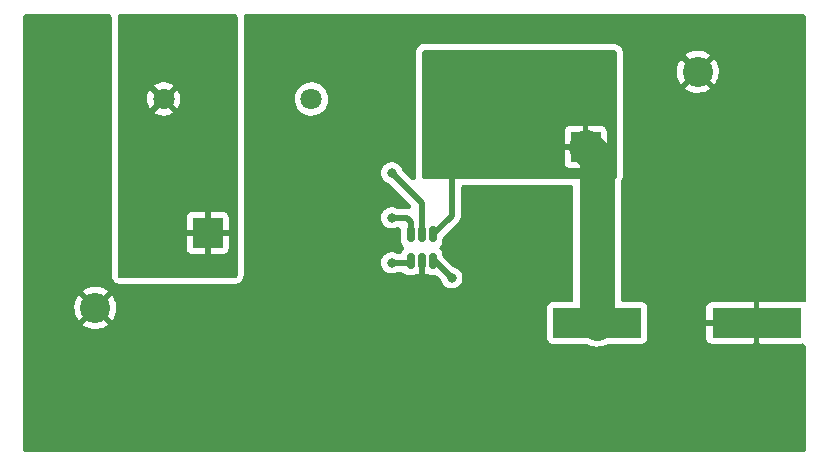
<source format=gtl>
G04 #@! TF.GenerationSoftware,KiCad,Pcbnew,(6.0.10)*
G04 #@! TF.CreationDate,2023-01-16T22:35:13+01:00*
G04 #@! TF.ProjectId,IdealDiode,49646561-6c44-4696-9f64-652e6b696361,rev?*
G04 #@! TF.SameCoordinates,Original*
G04 #@! TF.FileFunction,Copper,L1,Top*
G04 #@! TF.FilePolarity,Positive*
%FSLAX46Y46*%
G04 Gerber Fmt 4.6, Leading zero omitted, Abs format (unit mm)*
G04 Created by KiCad (PCBNEW (6.0.10)) date 2023-01-16 22:35:13*
%MOMM*%
%LPD*%
G01*
G04 APERTURE LIST*
G04 Aperture macros list*
%AMRoundRect*
0 Rectangle with rounded corners*
0 $1 Rounding radius*
0 $2 $3 $4 $5 $6 $7 $8 $9 X,Y pos of 4 corners*
0 Add a 4 corners polygon primitive as box body*
4,1,4,$2,$3,$4,$5,$6,$7,$8,$9,$2,$3,0*
0 Add four circle primitives for the rounded corners*
1,1,$1+$1,$2,$3*
1,1,$1+$1,$4,$5*
1,1,$1+$1,$6,$7*
1,1,$1+$1,$8,$9*
0 Add four rect primitives between the rounded corners*
20,1,$1+$1,$2,$3,$4,$5,0*
20,1,$1+$1,$4,$5,$6,$7,0*
20,1,$1+$1,$6,$7,$8,$9,0*
20,1,$1+$1,$8,$9,$2,$3,0*%
G04 Aperture macros list end*
G04 #@! TA.AperFunction,ComponentPad*
%ADD10R,2.550000X2.550000*%
G04 #@! TD*
G04 #@! TA.AperFunction,ComponentPad*
%ADD11C,2.550000*%
G04 #@! TD*
G04 #@! TA.AperFunction,SMDPad,CuDef*
%ADD12R,7.500000X2.500000*%
G04 #@! TD*
G04 #@! TA.AperFunction,SMDPad,CuDef*
%ADD13RoundRect,0.150000X0.150000X-0.512500X0.150000X0.512500X-0.150000X0.512500X-0.150000X-0.512500X0*%
G04 #@! TD*
G04 #@! TA.AperFunction,ComponentPad*
%ADD14C,1.803400*%
G04 #@! TD*
G04 #@! TA.AperFunction,ViaPad*
%ADD15C,0.800000*%
G04 #@! TD*
G04 #@! TA.AperFunction,Conductor*
%ADD16C,0.500000*%
G04 #@! TD*
G04 #@! TA.AperFunction,Conductor*
%ADD17C,3.000000*%
G04 #@! TD*
G04 APERTURE END LIST*
D10*
X119027800Y-83819850D03*
D11*
X109527800Y-90169850D03*
D12*
X152000000Y-91440000D03*
X165500000Y-91440000D03*
D13*
X136210000Y-86227500D03*
X137160000Y-86227500D03*
X138110000Y-86227500D03*
X138110000Y-83952500D03*
X137160000Y-83952500D03*
X136210000Y-83952500D03*
D14*
X127812800Y-72488350D03*
X115316000Y-72488350D03*
D10*
X151025000Y-76535000D03*
D11*
X160525000Y-70185000D03*
D15*
X134620000Y-86360000D03*
X134620000Y-82550000D03*
X139700000Y-77470000D03*
X144780000Y-71120000D03*
X140970000Y-74930000D03*
X142240000Y-69850000D03*
X144780000Y-76200000D03*
X144780000Y-73660000D03*
X139700000Y-71120000D03*
X140970000Y-73660000D03*
X139700000Y-74930000D03*
X144780000Y-72390000D03*
X140970000Y-77470000D03*
X144780000Y-74930000D03*
X143510000Y-76200000D03*
X144780000Y-69850000D03*
X143510000Y-73660000D03*
X144780000Y-77470000D03*
X143510000Y-74930000D03*
X142240000Y-71120000D03*
X142240000Y-77470000D03*
X140970000Y-76200000D03*
X143510000Y-77470000D03*
X143510000Y-72390000D03*
X142240000Y-72390000D03*
X143510000Y-71120000D03*
X139700000Y-69850000D03*
X143510000Y-69850000D03*
X142240000Y-74930000D03*
X139700000Y-73660000D03*
X139700000Y-72390000D03*
X140970000Y-72390000D03*
X139700000Y-76200000D03*
X140970000Y-71120000D03*
X140970000Y-69850000D03*
X142240000Y-76200000D03*
X142240000Y-73660000D03*
X134620000Y-78740000D03*
X139700000Y-87630000D03*
D16*
X136077500Y-86360000D02*
X136210000Y-86227500D01*
X134620000Y-86360000D02*
X136077500Y-86360000D01*
X137160000Y-86227500D02*
X137160000Y-88138000D01*
X136210000Y-82870000D02*
X136210000Y-83952500D01*
X134620000Y-82550000D02*
X135890000Y-82550000D01*
X135890000Y-82550000D02*
X136210000Y-82870000D01*
X139700000Y-82362500D02*
X139700000Y-77470000D01*
X138110000Y-83952500D02*
X139700000Y-82362500D01*
D17*
X152000000Y-77510000D02*
X151025000Y-76535000D01*
X152000000Y-91440000D02*
X152000000Y-77510000D01*
D16*
X137160000Y-81280000D02*
X137160000Y-83952500D01*
X134620000Y-78740000D02*
X137160000Y-81280000D01*
X138297500Y-86227500D02*
X139700000Y-87630000D01*
X138110000Y-86227500D02*
X138297500Y-86227500D01*
G04 #@! TA.AperFunction,Conductor*
G36*
X121414088Y-65289454D02*
G01*
X121494870Y-65343430D01*
X121548846Y-65424212D01*
X121567800Y-65519500D01*
X121567800Y-87381000D01*
X121548846Y-87476288D01*
X121494870Y-87557070D01*
X121414088Y-87611046D01*
X121318800Y-87630000D01*
X111656800Y-87630000D01*
X111561512Y-87611046D01*
X111480730Y-87557070D01*
X111426754Y-87476288D01*
X111407800Y-87381000D01*
X111407800Y-85135443D01*
X117252800Y-85135443D01*
X117253527Y-85148878D01*
X117257756Y-85187805D01*
X117264922Y-85217939D01*
X117303491Y-85320823D01*
X117320354Y-85351624D01*
X117384971Y-85437842D01*
X117409808Y-85462679D01*
X117496026Y-85527296D01*
X117526827Y-85544159D01*
X117629711Y-85582728D01*
X117659845Y-85589894D01*
X117698772Y-85594123D01*
X117712207Y-85594850D01*
X118753273Y-85594850D01*
X118773731Y-85590781D01*
X118777800Y-85570323D01*
X119277800Y-85570323D01*
X119281869Y-85590781D01*
X119302327Y-85594850D01*
X120343393Y-85594850D01*
X120356828Y-85594123D01*
X120395755Y-85589894D01*
X120425889Y-85582728D01*
X120528773Y-85544159D01*
X120559574Y-85527296D01*
X120645792Y-85462679D01*
X120670629Y-85437842D01*
X120735246Y-85351624D01*
X120752109Y-85320823D01*
X120790678Y-85217939D01*
X120797844Y-85187805D01*
X120802073Y-85148878D01*
X120802800Y-85135443D01*
X120802800Y-84094377D01*
X120798731Y-84073919D01*
X120778273Y-84069850D01*
X119302327Y-84069850D01*
X119281869Y-84073919D01*
X119277800Y-84094377D01*
X119277800Y-85570323D01*
X118777800Y-85570323D01*
X118777800Y-84094377D01*
X118773731Y-84073919D01*
X118753273Y-84069850D01*
X117277327Y-84069850D01*
X117256869Y-84073919D01*
X117252800Y-84094377D01*
X117252800Y-85135443D01*
X111407800Y-85135443D01*
X111407800Y-83545323D01*
X117252800Y-83545323D01*
X117256869Y-83565781D01*
X117277327Y-83569850D01*
X118753273Y-83569850D01*
X118773731Y-83565781D01*
X118777800Y-83545323D01*
X119277800Y-83545323D01*
X119281869Y-83565781D01*
X119302327Y-83569850D01*
X120778273Y-83569850D01*
X120798731Y-83565781D01*
X120802800Y-83545323D01*
X120802800Y-82504257D01*
X120802073Y-82490822D01*
X120797844Y-82451895D01*
X120790678Y-82421761D01*
X120752109Y-82318877D01*
X120735246Y-82288076D01*
X120670629Y-82201858D01*
X120645792Y-82177021D01*
X120559574Y-82112404D01*
X120528773Y-82095541D01*
X120425889Y-82056972D01*
X120395755Y-82049806D01*
X120356828Y-82045577D01*
X120343393Y-82044850D01*
X119302327Y-82044850D01*
X119281869Y-82048919D01*
X119277800Y-82069377D01*
X119277800Y-83545323D01*
X118777800Y-83545323D01*
X118777800Y-82069377D01*
X118773731Y-82048919D01*
X118753273Y-82044850D01*
X117712207Y-82044850D01*
X117698772Y-82045577D01*
X117659845Y-82049806D01*
X117629711Y-82056972D01*
X117526827Y-82095541D01*
X117496026Y-82112404D01*
X117409808Y-82177021D01*
X117384971Y-82201858D01*
X117320354Y-82288076D01*
X117303491Y-82318877D01*
X117264922Y-82421761D01*
X117257756Y-82451895D01*
X117253527Y-82490822D01*
X117252800Y-82504257D01*
X117252800Y-83545323D01*
X111407800Y-83545323D01*
X111407800Y-73643497D01*
X114520161Y-73643497D01*
X114522720Y-73647327D01*
X114528215Y-73651566D01*
X114699445Y-73751624D01*
X114717819Y-73760428D01*
X114914049Y-73835361D01*
X114933616Y-73841045D01*
X115139451Y-73882923D01*
X115159673Y-73885334D01*
X115369590Y-73893032D01*
X115389940Y-73892107D01*
X115598294Y-73865417D01*
X115618215Y-73861183D01*
X115819412Y-73800821D01*
X115838379Y-73793388D01*
X116027014Y-73700976D01*
X116044509Y-73690547D01*
X116094666Y-73654771D01*
X116108953Y-73639583D01*
X116105080Y-73630984D01*
X115333342Y-72859245D01*
X115316000Y-72847658D01*
X115298658Y-72859245D01*
X114531749Y-73626155D01*
X114520161Y-73643497D01*
X111407800Y-73643497D01*
X111407800Y-72464193D01*
X113910505Y-72464193D01*
X113922596Y-72673894D01*
X113925431Y-72694069D01*
X113971610Y-72898979D01*
X113977702Y-72918422D01*
X114056729Y-73113043D01*
X114065914Y-73131226D01*
X114149480Y-73267592D01*
X114163637Y-73282906D01*
X114169215Y-73280849D01*
X114172675Y-73278121D01*
X114945105Y-72505692D01*
X114956692Y-72488350D01*
X115675308Y-72488350D01*
X115686895Y-72505692D01*
X116450893Y-73269689D01*
X116468235Y-73281277D01*
X116476189Y-73275962D01*
X116515643Y-73221055D01*
X116526138Y-73203589D01*
X116619208Y-73015277D01*
X116626703Y-72996347D01*
X116687768Y-72795357D01*
X116692073Y-72775447D01*
X116719962Y-72563616D01*
X116720987Y-72550444D01*
X116722342Y-72494976D01*
X116721961Y-72481744D01*
X116704455Y-72268809D01*
X116701130Y-72248725D01*
X116649955Y-72044991D01*
X116643391Y-72025711D01*
X116559631Y-71833074D01*
X116550009Y-71815129D01*
X116481927Y-71709890D01*
X116467399Y-71694924D01*
X116460429Y-71697691D01*
X116459302Y-71698602D01*
X115686895Y-72471008D01*
X115675308Y-72488350D01*
X114956692Y-72488350D01*
X114945105Y-72471008D01*
X114181224Y-71707128D01*
X114163882Y-71695540D01*
X114156669Y-71700360D01*
X114098804Y-71785187D01*
X114088754Y-71802879D01*
X114000305Y-71993425D01*
X113993277Y-72012526D01*
X113937139Y-72214952D01*
X113933323Y-72234959D01*
X113911002Y-72443819D01*
X113910505Y-72464193D01*
X111407800Y-72464193D01*
X111407800Y-71336351D01*
X114522440Y-71336351D01*
X114526954Y-71345751D01*
X115298659Y-72117456D01*
X115316000Y-72129043D01*
X115333342Y-72117455D01*
X116099134Y-71351662D01*
X116110722Y-71334320D01*
X116104292Y-71324697D01*
X116102366Y-71323177D01*
X116085399Y-71311904D01*
X115901501Y-71210386D01*
X115882932Y-71202040D01*
X115684920Y-71131921D01*
X115665219Y-71126716D01*
X115458427Y-71089881D01*
X115438142Y-71087963D01*
X115228113Y-71085397D01*
X115207781Y-71086819D01*
X115000142Y-71118592D01*
X114980335Y-71123311D01*
X114780682Y-71188568D01*
X114761887Y-71196468D01*
X114575566Y-71293460D01*
X114558339Y-71304309D01*
X114536358Y-71320813D01*
X114522440Y-71336351D01*
X111407800Y-71336351D01*
X111407800Y-65519500D01*
X111426754Y-65424212D01*
X111480730Y-65343430D01*
X111561512Y-65289454D01*
X111656800Y-65270500D01*
X121318800Y-65270500D01*
X121414088Y-65289454D01*
G37*
G04 #@! TD.AperFunction*
G04 #@! TA.AperFunction,Conductor*
G36*
X110748588Y-65289454D02*
G01*
X110829370Y-65343430D01*
X110883346Y-65424212D01*
X110902300Y-65519500D01*
X110902300Y-87381000D01*
X110912013Y-87479618D01*
X110930967Y-87574906D01*
X110944349Y-87627335D01*
X111006444Y-87757126D01*
X111060420Y-87837908D01*
X111092853Y-87881233D01*
X111101954Y-87889408D01*
X111101956Y-87889410D01*
X111186761Y-87965585D01*
X111199892Y-87977380D01*
X111280674Y-88031356D01*
X111327209Y-88058966D01*
X111383572Y-88078850D01*
X111454508Y-88103875D01*
X111454513Y-88103876D01*
X111462894Y-88106833D01*
X111471606Y-88108566D01*
X111471610Y-88108567D01*
X111509353Y-88116074D01*
X111558182Y-88125787D01*
X111656800Y-88135500D01*
X121318800Y-88135500D01*
X121417418Y-88125787D01*
X121512706Y-88106833D01*
X121565135Y-88093451D01*
X121694926Y-88031356D01*
X121775708Y-87977380D01*
X121783644Y-87971439D01*
X121809238Y-87952280D01*
X121809241Y-87952277D01*
X121819033Y-87944947D01*
X121915180Y-87837908D01*
X121969156Y-87757126D01*
X121996766Y-87710591D01*
X122026137Y-87627335D01*
X122041675Y-87583292D01*
X122041676Y-87583287D01*
X122044633Y-87574906D01*
X122063587Y-87479618D01*
X122073300Y-87381000D01*
X122073300Y-86360000D01*
X133714540Y-86360000D01*
X133734326Y-86548256D01*
X133792821Y-86728284D01*
X133887467Y-86892216D01*
X133896197Y-86901912D01*
X133896201Y-86901917D01*
X133988848Y-87004811D01*
X134014129Y-87032888D01*
X134024678Y-87040552D01*
X134024681Y-87040555D01*
X134147041Y-87129454D01*
X134167270Y-87144151D01*
X134179189Y-87149458D01*
X134179193Y-87149460D01*
X134246007Y-87179207D01*
X134340197Y-87221144D01*
X134525354Y-87260500D01*
X134714646Y-87260500D01*
X134899803Y-87221144D01*
X135003507Y-87174972D01*
X135060809Y-87149459D01*
X135060812Y-87149457D01*
X135072730Y-87144151D01*
X135075433Y-87142187D01*
X135162507Y-87112630D01*
X135195006Y-87110500D01*
X135407414Y-87110500D01*
X135502702Y-87129454D01*
X135583484Y-87183430D01*
X135658135Y-87258081D01*
X135671617Y-87266054D01*
X135671618Y-87266055D01*
X135786120Y-87333771D01*
X135799602Y-87341744D01*
X135860371Y-87359399D01*
X135945211Y-87384048D01*
X135945214Y-87384048D01*
X135957431Y-87387598D01*
X135970116Y-87388596D01*
X135970120Y-87388597D01*
X135983746Y-87389669D01*
X135994306Y-87390500D01*
X136425694Y-87390500D01*
X136436254Y-87389669D01*
X136449880Y-87388597D01*
X136449884Y-87388596D01*
X136462569Y-87387598D01*
X136474786Y-87384048D01*
X136474789Y-87384048D01*
X136616426Y-87342898D01*
X136713218Y-87334515D01*
X136755363Y-87342898D01*
X136895283Y-87383548D01*
X136897515Y-87383956D01*
X136906263Y-87382920D01*
X136910000Y-87369669D01*
X136910000Y-87156011D01*
X136928954Y-87060723D01*
X136944672Y-87029265D01*
X136945672Y-87027574D01*
X137010491Y-86955202D01*
X137098070Y-86913144D01*
X137195079Y-86907803D01*
X137286746Y-86939992D01*
X137359118Y-87004811D01*
X137374328Y-87027574D01*
X137375328Y-87029265D01*
X137407517Y-87120932D01*
X137410000Y-87156011D01*
X137410000Y-87362769D01*
X137414069Y-87383227D01*
X137420009Y-87384408D01*
X137424717Y-87383548D01*
X137564637Y-87342898D01*
X137661429Y-87334515D01*
X137703574Y-87342898D01*
X137845211Y-87384048D01*
X137845214Y-87384048D01*
X137857431Y-87387598D01*
X137870116Y-87388596D01*
X137870120Y-87388597D01*
X137883746Y-87389669D01*
X137894306Y-87390500D01*
X138295993Y-87390500D01*
X138391281Y-87409454D01*
X138472063Y-87463430D01*
X138766009Y-87757376D01*
X138819985Y-87838158D01*
X138826752Y-87856500D01*
X138837445Y-87889410D01*
X138872821Y-87998284D01*
X138967467Y-88162216D01*
X138976197Y-88171912D01*
X138976201Y-88171917D01*
X139085401Y-88293195D01*
X139094129Y-88302888D01*
X139104678Y-88310552D01*
X139104681Y-88310555D01*
X139236714Y-88406482D01*
X139247270Y-88414151D01*
X139259189Y-88419458D01*
X139259193Y-88419460D01*
X139285910Y-88431355D01*
X139420197Y-88491144D01*
X139605354Y-88530500D01*
X139794646Y-88530500D01*
X139979803Y-88491144D01*
X140114090Y-88431355D01*
X140140807Y-88419460D01*
X140140811Y-88419458D01*
X140152730Y-88414151D01*
X140163286Y-88406482D01*
X140295319Y-88310555D01*
X140295322Y-88310552D01*
X140305871Y-88302888D01*
X140314599Y-88293195D01*
X140423799Y-88171917D01*
X140423803Y-88171912D01*
X140432533Y-88162216D01*
X140527179Y-87998284D01*
X140562555Y-87889410D01*
X140581642Y-87830666D01*
X140581643Y-87830664D01*
X140585674Y-87818256D01*
X140605460Y-87630000D01*
X140585674Y-87441744D01*
X140568406Y-87388597D01*
X140531212Y-87274129D01*
X140527179Y-87261716D01*
X140432533Y-87097784D01*
X140423803Y-87088088D01*
X140423799Y-87088083D01*
X140314599Y-86966805D01*
X140314597Y-86966803D01*
X140305871Y-86957112D01*
X140295322Y-86949448D01*
X140295319Y-86949445D01*
X140163286Y-86853518D01*
X140163284Y-86853517D01*
X140152730Y-86845849D01*
X140140811Y-86840542D01*
X140140807Y-86840540D01*
X140062541Y-86805694D01*
X139979803Y-86768856D01*
X139967039Y-86766143D01*
X139967036Y-86766142D01*
X139950889Y-86762710D01*
X139861623Y-86724359D01*
X139826589Y-86695221D01*
X138983431Y-85852064D01*
X138929454Y-85771282D01*
X138910500Y-85675994D01*
X138910500Y-85649306D01*
X138907598Y-85612431D01*
X138895428Y-85570540D01*
X138866114Y-85469644D01*
X138861744Y-85454602D01*
X138778081Y-85313135D01*
X138731016Y-85266070D01*
X138677040Y-85185288D01*
X138658086Y-85090000D01*
X138677040Y-84994712D01*
X138731016Y-84913930D01*
X138778081Y-84866865D01*
X138861744Y-84725398D01*
X138907598Y-84567569D01*
X138910500Y-84530694D01*
X138910500Y-84316507D01*
X138929454Y-84221219D01*
X138983430Y-84140437D01*
X140177117Y-82946750D01*
X140200421Y-82926723D01*
X140203670Y-82923694D01*
X140215324Y-82915117D01*
X140224689Y-82904093D01*
X140224694Y-82904089D01*
X140245906Y-82879121D01*
X140251788Y-82872741D01*
X140251752Y-82872709D01*
X140256565Y-82867302D01*
X140261671Y-82862196D01*
X140277791Y-82841821D01*
X140283278Y-82835130D01*
X140319266Y-82792770D01*
X140319267Y-82792768D01*
X140328632Y-82781745D01*
X140334657Y-82769945D01*
X140342881Y-82759551D01*
X140372551Y-82696068D01*
X140376357Y-82688282D01*
X140387958Y-82665563D01*
X140408219Y-82625884D01*
X140411368Y-82613014D01*
X140416980Y-82601007D01*
X140431248Y-82532414D01*
X140433163Y-82523949D01*
X140447178Y-82466676D01*
X140447180Y-82466662D01*
X140449815Y-82455894D01*
X140450500Y-82444852D01*
X140450500Y-82441005D01*
X140450542Y-82439650D01*
X140452618Y-82429669D01*
X140450591Y-82354747D01*
X140450500Y-82348014D01*
X140450500Y-80002500D01*
X140469454Y-79907212D01*
X140523430Y-79826430D01*
X140604212Y-79772454D01*
X140699500Y-79753500D01*
X149750500Y-79753500D01*
X149845788Y-79772454D01*
X149926570Y-79826430D01*
X149980546Y-79907212D01*
X149999500Y-80002500D01*
X149999500Y-89440501D01*
X149980546Y-89535789D01*
X149926570Y-89616571D01*
X149845788Y-89670547D01*
X149750500Y-89689501D01*
X148202624Y-89689501D01*
X148141420Y-89696149D01*
X148007176Y-89746474D01*
X147892454Y-89832454D01*
X147806474Y-89947176D01*
X147756149Y-90081420D01*
X147754463Y-90096939D01*
X147754020Y-90101016D01*
X147749500Y-90142623D01*
X147749501Y-92737376D01*
X147756149Y-92798580D01*
X147806474Y-92932824D01*
X147892454Y-93047546D01*
X148007176Y-93133526D01*
X148023787Y-93139753D01*
X148126804Y-93178372D01*
X148126805Y-93178372D01*
X148141420Y-93183851D01*
X148202623Y-93190500D01*
X150966386Y-93190500D01*
X151061674Y-93209454D01*
X151088050Y-93222247D01*
X151146053Y-93254730D01*
X151410270Y-93356948D01*
X151418837Y-93358934D01*
X151418841Y-93358935D01*
X151677671Y-93418929D01*
X151677674Y-93418929D01*
X151686253Y-93420918D01*
X151968497Y-93445363D01*
X152166561Y-93434462D01*
X152242579Y-93430279D01*
X152242582Y-93430279D01*
X152251370Y-93429795D01*
X152259998Y-93428079D01*
X152260004Y-93428078D01*
X152520595Y-93376243D01*
X152520598Y-93376242D01*
X152529226Y-93374526D01*
X152636990Y-93336682D01*
X152788227Y-93283572D01*
X152788231Y-93283570D01*
X152796524Y-93280658D01*
X152804325Y-93276606D01*
X152804329Y-93276604D01*
X152877055Y-93238825D01*
X152916120Y-93218533D01*
X153009416Y-93191428D01*
X153030902Y-93190499D01*
X155797376Y-93190499D01*
X155858580Y-93183851D01*
X155992824Y-93133526D01*
X156107546Y-93047546D01*
X156193526Y-92932824D01*
X156243851Y-92798580D01*
X156245549Y-92782955D01*
X156249772Y-92744075D01*
X156250500Y-92737377D01*
X156250500Y-92730593D01*
X161250000Y-92730593D01*
X161250727Y-92744028D01*
X161254956Y-92782955D01*
X161262122Y-92813089D01*
X161300691Y-92915973D01*
X161317554Y-92946774D01*
X161382171Y-93032992D01*
X161407008Y-93057829D01*
X161493226Y-93122446D01*
X161524027Y-93139309D01*
X161626911Y-93177878D01*
X161657045Y-93185044D01*
X161695972Y-93189273D01*
X161709407Y-93190000D01*
X165225473Y-93190000D01*
X165245931Y-93185931D01*
X165250000Y-93165473D01*
X165250000Y-91714527D01*
X165245931Y-91694069D01*
X165225473Y-91690000D01*
X161274527Y-91690000D01*
X161254069Y-91694069D01*
X161250000Y-91714527D01*
X161250000Y-92730593D01*
X156250500Y-92730593D01*
X156250499Y-91165473D01*
X161250000Y-91165473D01*
X161254069Y-91185931D01*
X161274527Y-91190000D01*
X165225473Y-91190000D01*
X165245931Y-91185931D01*
X165250000Y-91165473D01*
X165250000Y-89714527D01*
X165245931Y-89694069D01*
X165225473Y-89690000D01*
X161709407Y-89690000D01*
X161695972Y-89690727D01*
X161657045Y-89694956D01*
X161626911Y-89702122D01*
X161524027Y-89740691D01*
X161493226Y-89757554D01*
X161407008Y-89822171D01*
X161382171Y-89847008D01*
X161317554Y-89933226D01*
X161300691Y-89964027D01*
X161262122Y-90066911D01*
X161254956Y-90097045D01*
X161250727Y-90135972D01*
X161250000Y-90149407D01*
X161250000Y-91165473D01*
X156250499Y-91165473D01*
X156250499Y-90142624D01*
X156243851Y-90081420D01*
X156193526Y-89947176D01*
X156107546Y-89832454D01*
X155992824Y-89746474D01*
X155892407Y-89708830D01*
X155873196Y-89701628D01*
X155873195Y-89701628D01*
X155858580Y-89696149D01*
X155797377Y-89689500D01*
X154249500Y-89689500D01*
X154154212Y-89670546D01*
X154073430Y-89616570D01*
X154019454Y-89535788D01*
X154000500Y-89440500D01*
X154000500Y-79556704D01*
X154019454Y-79461416D01*
X154042463Y-79418368D01*
X154069515Y-79377881D01*
X154071356Y-79375126D01*
X154098966Y-79328591D01*
X154146833Y-79192906D01*
X154165787Y-79097618D01*
X154175500Y-78999000D01*
X154175500Y-71604522D01*
X159464786Y-71604522D01*
X159470313Y-71612794D01*
X159574299Y-71689038D01*
X159589937Y-71698810D01*
X159807055Y-71813042D01*
X159823964Y-71820394D01*
X160055580Y-71901278D01*
X160073391Y-71906050D01*
X160314425Y-71951812D01*
X160332731Y-71953898D01*
X160577892Y-71963530D01*
X160596300Y-71962888D01*
X160840190Y-71936177D01*
X160858313Y-71932818D01*
X161095561Y-71870356D01*
X161112999Y-71864351D01*
X161338417Y-71767504D01*
X161354753Y-71759000D01*
X161563385Y-71629895D01*
X161575216Y-71621299D01*
X161587298Y-71606111D01*
X161580759Y-71594313D01*
X160542341Y-70555894D01*
X160525000Y-70544307D01*
X160507659Y-70555894D01*
X159476373Y-71587181D01*
X159464786Y-71604522D01*
X154175500Y-71604522D01*
X154175500Y-70147642D01*
X158746077Y-70147642D01*
X158757848Y-70392703D01*
X158760091Y-70410976D01*
X158807957Y-70651614D01*
X158812884Y-70669378D01*
X158895786Y-70900282D01*
X158903284Y-70917123D01*
X159019411Y-71133245D01*
X159029311Y-71148784D01*
X159090884Y-71231240D01*
X159106382Y-71245194D01*
X159115692Y-71240754D01*
X160154106Y-70202341D01*
X160165693Y-70185000D01*
X160884307Y-70185000D01*
X160895894Y-70202341D01*
X161930472Y-71236918D01*
X161947813Y-71248505D01*
X161953912Y-71244430D01*
X161955018Y-71243057D01*
X162084274Y-71042106D01*
X162093069Y-71025906D01*
X162193838Y-70802208D01*
X162200139Y-70784895D01*
X162266733Y-70548771D01*
X162270410Y-70530698D01*
X162301750Y-70284354D01*
X162302701Y-70271916D01*
X162304814Y-70191240D01*
X162304514Y-70178769D01*
X162286110Y-69931120D01*
X162283385Y-69912889D01*
X162229239Y-69673597D01*
X162223851Y-69655974D01*
X162134928Y-69427306D01*
X162127000Y-69410686D01*
X162005251Y-69197667D01*
X161994947Y-69182392D01*
X161959972Y-69138027D01*
X161944111Y-69124480D01*
X161933840Y-69129714D01*
X160895894Y-70167659D01*
X160884307Y-70185000D01*
X160165693Y-70185000D01*
X160154106Y-70167659D01*
X159121347Y-69134901D01*
X159104006Y-69123314D01*
X159093234Y-69130512D01*
X159081806Y-69144253D01*
X159071095Y-69159269D01*
X158943824Y-69369005D01*
X158935455Y-69385429D01*
X158840582Y-69611677D01*
X158834729Y-69629171D01*
X158774342Y-69866945D01*
X158771139Y-69885110D01*
X158746559Y-70129207D01*
X158746077Y-70147642D01*
X154175500Y-70147642D01*
X154175500Y-68764126D01*
X159462142Y-68764126D01*
X159465099Y-68771443D01*
X159465542Y-68771988D01*
X160507659Y-69814106D01*
X160525000Y-69825693D01*
X160542341Y-69814106D01*
X161574445Y-68782001D01*
X161586032Y-68764660D01*
X161581060Y-68757219D01*
X161436003Y-68656590D01*
X161420115Y-68647231D01*
X161200077Y-68538720D01*
X161182996Y-68531819D01*
X160949325Y-68457020D01*
X160931406Y-68452719D01*
X160689250Y-68413280D01*
X160670903Y-68411675D01*
X160425574Y-68408464D01*
X160407180Y-68409589D01*
X160164068Y-68442675D01*
X160146054Y-68446505D01*
X159910512Y-68515159D01*
X159893250Y-68521612D01*
X159670440Y-68624329D01*
X159654327Y-68633261D01*
X159477014Y-68749512D01*
X159462142Y-68764126D01*
X154175500Y-68764126D01*
X154175500Y-68575000D01*
X154165787Y-68476382D01*
X154146833Y-68381094D01*
X154133451Y-68328665D01*
X154071356Y-68198874D01*
X154017380Y-68118092D01*
X153984947Y-68074767D01*
X153924150Y-68020156D01*
X153884522Y-67984561D01*
X153877908Y-67978620D01*
X153797126Y-67924644D01*
X153750591Y-67897034D01*
X153694228Y-67877150D01*
X153623292Y-67852125D01*
X153623287Y-67852124D01*
X153614906Y-67849167D01*
X153606194Y-67847434D01*
X153606190Y-67847433D01*
X153568447Y-67839926D01*
X153519618Y-67830213D01*
X153421000Y-67820500D01*
X137409000Y-67820500D01*
X137310382Y-67830213D01*
X137215094Y-67849167D01*
X137162665Y-67862549D01*
X137032874Y-67924644D01*
X136952092Y-67978620D01*
X136949407Y-67980630D01*
X136918562Y-68003720D01*
X136918559Y-68003723D01*
X136908767Y-68011053D01*
X136812620Y-68118092D01*
X136758644Y-68198874D01*
X136731034Y-68245409D01*
X136683167Y-68381094D01*
X136664213Y-68476382D01*
X136654500Y-68575000D01*
X136654500Y-78999000D01*
X136655099Y-79005082D01*
X136664213Y-79097618D01*
X136662329Y-79097804D01*
X136658081Y-79183647D01*
X136616510Y-79271459D01*
X136544500Y-79336678D01*
X136453012Y-79369376D01*
X136355976Y-79364574D01*
X136268164Y-79323003D01*
X136240495Y-79299128D01*
X135553991Y-78612624D01*
X135500015Y-78531842D01*
X135493248Y-78513500D01*
X135451212Y-78384129D01*
X135447179Y-78371716D01*
X135352533Y-78207784D01*
X135343803Y-78198088D01*
X135343799Y-78198083D01*
X135234599Y-78076805D01*
X135234597Y-78076803D01*
X135225871Y-78067112D01*
X135215322Y-78059448D01*
X135215319Y-78059445D01*
X135083286Y-77963518D01*
X135083284Y-77963517D01*
X135072730Y-77955849D01*
X135060811Y-77950542D01*
X135060807Y-77950540D01*
X134993993Y-77920793D01*
X134899803Y-77878856D01*
X134714646Y-77839500D01*
X134525354Y-77839500D01*
X134340197Y-77878856D01*
X134246007Y-77920793D01*
X134179193Y-77950540D01*
X134179189Y-77950542D01*
X134167270Y-77955849D01*
X134156716Y-77963517D01*
X134156714Y-77963518D01*
X134024681Y-78059445D01*
X134024678Y-78059448D01*
X134014129Y-78067112D01*
X134005403Y-78076803D01*
X134005401Y-78076805D01*
X133896201Y-78198083D01*
X133896197Y-78198088D01*
X133887467Y-78207784D01*
X133792821Y-78371716D01*
X133788788Y-78384129D01*
X133740793Y-78531842D01*
X133734326Y-78551744D01*
X133714540Y-78740000D01*
X133734326Y-78928256D01*
X133792821Y-79108284D01*
X133887467Y-79272216D01*
X133896197Y-79281912D01*
X133896201Y-79281917D01*
X133982608Y-79377881D01*
X134014129Y-79412888D01*
X134024678Y-79420552D01*
X134024681Y-79420555D01*
X134073341Y-79455908D01*
X134167270Y-79524151D01*
X134179189Y-79529458D01*
X134179193Y-79529460D01*
X134240384Y-79556704D01*
X134340197Y-79601144D01*
X134352961Y-79603857D01*
X134352964Y-79603858D01*
X134369111Y-79607290D01*
X134458377Y-79645641D01*
X134493412Y-79674779D01*
X136197697Y-81379064D01*
X136251673Y-81459846D01*
X136270627Y-81555134D01*
X136251673Y-81650422D01*
X136197697Y-81731204D01*
X136116915Y-81785180D01*
X136021627Y-81804134D01*
X135989650Y-81801716D01*
X135983394Y-81800185D01*
X135972352Y-81799500D01*
X135968473Y-81799500D01*
X135967155Y-81799459D01*
X135957169Y-81797382D01*
X135942709Y-81797773D01*
X135942706Y-81797773D01*
X135882263Y-81799409D01*
X135875527Y-81799500D01*
X135195006Y-81799500D01*
X135099718Y-81780546D01*
X135078676Y-81770169D01*
X135072730Y-81765849D01*
X135060812Y-81760543D01*
X135060809Y-81760541D01*
X134994917Y-81731204D01*
X134899803Y-81688856D01*
X134714646Y-81649500D01*
X134525354Y-81649500D01*
X134340197Y-81688856D01*
X134246007Y-81730793D01*
X134179193Y-81760540D01*
X134179189Y-81760542D01*
X134167270Y-81765849D01*
X134156716Y-81773517D01*
X134156714Y-81773518D01*
X134024681Y-81869445D01*
X134024678Y-81869448D01*
X134014129Y-81877112D01*
X134005403Y-81886803D01*
X134005401Y-81886805D01*
X133896201Y-82008083D01*
X133896197Y-82008088D01*
X133887467Y-82017784D01*
X133792821Y-82181716D01*
X133734326Y-82361744D01*
X133714540Y-82550000D01*
X133734326Y-82738256D01*
X133738357Y-82750664D01*
X133738358Y-82750666D01*
X133750976Y-82789500D01*
X133792821Y-82918284D01*
X133887467Y-83082216D01*
X133896197Y-83091912D01*
X133896201Y-83091917D01*
X134005401Y-83213195D01*
X134014129Y-83222888D01*
X134024678Y-83230552D01*
X134024681Y-83230555D01*
X134156714Y-83326482D01*
X134167270Y-83334151D01*
X134179189Y-83339458D01*
X134179193Y-83339460D01*
X134246007Y-83369207D01*
X134340197Y-83411144D01*
X134525354Y-83450500D01*
X134714646Y-83450500D01*
X134899803Y-83411144D01*
X135059224Y-83340164D01*
X135153981Y-83318722D01*
X135249732Y-83335175D01*
X135331899Y-83387018D01*
X135387972Y-83466358D01*
X135409500Y-83567637D01*
X135409500Y-84530694D01*
X135412402Y-84567569D01*
X135458256Y-84725398D01*
X135541919Y-84866865D01*
X135588984Y-84913930D01*
X135642960Y-84994712D01*
X135661914Y-85090000D01*
X135642960Y-85185288D01*
X135588984Y-85266070D01*
X135541919Y-85313135D01*
X135458256Y-85454602D01*
X135455808Y-85463030D01*
X135403088Y-85539311D01*
X135321469Y-85592013D01*
X135229803Y-85609500D01*
X135195006Y-85609500D01*
X135099718Y-85590546D01*
X135078676Y-85580169D01*
X135072730Y-85575849D01*
X135060812Y-85570543D01*
X135060809Y-85570541D01*
X134990665Y-85539311D01*
X134899803Y-85498856D01*
X134714646Y-85459500D01*
X134525354Y-85459500D01*
X134340197Y-85498856D01*
X134249335Y-85539311D01*
X134179193Y-85570540D01*
X134179189Y-85570542D01*
X134167270Y-85575849D01*
X134156716Y-85583517D01*
X134156714Y-85583518D01*
X134024681Y-85679445D01*
X134024678Y-85679448D01*
X134014129Y-85687112D01*
X134005403Y-85696803D01*
X134005401Y-85696805D01*
X133896201Y-85818083D01*
X133896197Y-85818088D01*
X133887467Y-85827784D01*
X133792821Y-85991716D01*
X133734326Y-86171744D01*
X133714540Y-86360000D01*
X122073300Y-86360000D01*
X122073300Y-72453974D01*
X126406214Y-72453974D01*
X126419487Y-72684167D01*
X126470178Y-72909102D01*
X126556926Y-73122737D01*
X126562269Y-73131456D01*
X126612247Y-73213012D01*
X126677402Y-73319336D01*
X126684091Y-73327058D01*
X126740314Y-73391963D01*
X126828369Y-73493617D01*
X127005775Y-73640902D01*
X127014596Y-73646057D01*
X127014598Y-73646058D01*
X127196034Y-73752081D01*
X127196038Y-73752083D01*
X127204853Y-73757234D01*
X127214393Y-73760877D01*
X127410714Y-73835845D01*
X127410719Y-73835847D01*
X127420258Y-73839489D01*
X127646205Y-73885458D01*
X127876626Y-73893908D01*
X127886757Y-73892610D01*
X127886762Y-73892610D01*
X128008291Y-73877041D01*
X128105333Y-73864610D01*
X128115117Y-73861675D01*
X128115120Y-73861674D01*
X128316395Y-73801288D01*
X128316396Y-73801287D01*
X128326184Y-73798351D01*
X128335359Y-73793856D01*
X128335362Y-73793855D01*
X128426059Y-73749423D01*
X128533247Y-73696912D01*
X128720963Y-73563016D01*
X128884289Y-73400259D01*
X128942438Y-73319336D01*
X129012882Y-73221304D01*
X129012884Y-73221300D01*
X129018840Y-73213012D01*
X129063457Y-73122737D01*
X129116475Y-73015461D01*
X129116475Y-73015460D01*
X129121001Y-73006303D01*
X129150533Y-72909102D01*
X129185060Y-72795461D01*
X129185060Y-72795459D01*
X129188030Y-72785685D01*
X129218126Y-72557082D01*
X129219806Y-72488350D01*
X129200913Y-72258549D01*
X129194965Y-72234868D01*
X129147230Y-72044827D01*
X129147228Y-72044821D01*
X129144741Y-72034920D01*
X129140669Y-72025554D01*
X129056875Y-71832841D01*
X129056872Y-71832836D01*
X129052799Y-71823468D01*
X128927556Y-71629872D01*
X128919756Y-71621299D01*
X128779254Y-71466890D01*
X128772376Y-71459331D01*
X128591425Y-71316425D01*
X128468388Y-71248505D01*
X128398510Y-71209930D01*
X128398506Y-71209928D01*
X128389564Y-71204992D01*
X128379938Y-71201583D01*
X128379933Y-71201581D01*
X128201943Y-71138552D01*
X128172214Y-71128024D01*
X127945211Y-71087588D01*
X127934990Y-71087463D01*
X127934989Y-71087463D01*
X127808039Y-71085912D01*
X127714652Y-71084771D01*
X127704551Y-71086317D01*
X127704547Y-71086317D01*
X127602380Y-71101951D01*
X127486729Y-71119649D01*
X127477031Y-71122819D01*
X127477026Y-71122820D01*
X127277269Y-71188110D01*
X127277262Y-71188113D01*
X127267563Y-71191283D01*
X127063040Y-71297751D01*
X127054872Y-71303884D01*
X126886829Y-71430054D01*
X126886825Y-71430057D01*
X126878652Y-71436194D01*
X126719351Y-71602892D01*
X126589415Y-71793371D01*
X126585113Y-71802639D01*
X126515870Y-71951812D01*
X126492335Y-72002513D01*
X126430716Y-72224703D01*
X126406214Y-72453974D01*
X122073300Y-72453974D01*
X122073300Y-65519500D01*
X122092254Y-65424212D01*
X122146230Y-65343430D01*
X122227012Y-65289454D01*
X122322300Y-65270500D01*
X169430500Y-65270500D01*
X169525788Y-65289454D01*
X169606570Y-65343430D01*
X169660546Y-65424212D01*
X169679500Y-65519500D01*
X169679500Y-89459830D01*
X169660546Y-89555118D01*
X169606570Y-89635900D01*
X169525788Y-89689876D01*
X169430500Y-89708830D01*
X169372901Y-89702076D01*
X169342959Y-89694957D01*
X169304028Y-89690727D01*
X169290593Y-89690000D01*
X165774527Y-89690000D01*
X165754069Y-89694069D01*
X165750000Y-89714527D01*
X165750000Y-93165473D01*
X165754069Y-93185931D01*
X165774527Y-93190000D01*
X169290593Y-93190000D01*
X169304028Y-93189273D01*
X169342959Y-93185043D01*
X169372901Y-93177924D01*
X169469989Y-93174321D01*
X169561065Y-93208147D01*
X169632264Y-93274252D01*
X169672746Y-93362571D01*
X169679500Y-93420170D01*
X169679500Y-102120500D01*
X169660546Y-102215788D01*
X169606570Y-102296570D01*
X169525788Y-102350546D01*
X169430500Y-102369500D01*
X103619500Y-102369500D01*
X103524212Y-102350546D01*
X103443430Y-102296570D01*
X103389454Y-102215788D01*
X103370500Y-102120500D01*
X103370500Y-91589372D01*
X108467586Y-91589372D01*
X108473113Y-91597644D01*
X108577099Y-91673888D01*
X108592737Y-91683660D01*
X108809855Y-91797892D01*
X108826764Y-91805244D01*
X109058380Y-91886128D01*
X109076191Y-91890900D01*
X109317225Y-91936662D01*
X109335531Y-91938748D01*
X109580692Y-91948380D01*
X109599100Y-91947738D01*
X109842990Y-91921027D01*
X109861113Y-91917668D01*
X110098361Y-91855206D01*
X110115799Y-91849201D01*
X110341217Y-91752354D01*
X110357553Y-91743850D01*
X110566185Y-91614745D01*
X110578016Y-91606149D01*
X110590098Y-91590961D01*
X110583559Y-91579163D01*
X109545141Y-90540744D01*
X109527800Y-90529157D01*
X109510459Y-90540744D01*
X108479173Y-91572031D01*
X108467586Y-91589372D01*
X103370500Y-91589372D01*
X103370500Y-90132492D01*
X107748877Y-90132492D01*
X107760648Y-90377553D01*
X107762891Y-90395826D01*
X107810757Y-90636464D01*
X107815684Y-90654228D01*
X107898586Y-90885132D01*
X107906084Y-90901973D01*
X108022211Y-91118095D01*
X108032111Y-91133634D01*
X108093684Y-91216090D01*
X108109182Y-91230044D01*
X108118492Y-91225604D01*
X109156906Y-90187191D01*
X109168493Y-90169850D01*
X109887107Y-90169850D01*
X109898694Y-90187191D01*
X110933272Y-91221768D01*
X110950613Y-91233355D01*
X110956712Y-91229280D01*
X110957818Y-91227907D01*
X111087074Y-91026956D01*
X111095869Y-91010756D01*
X111196638Y-90787058D01*
X111202939Y-90769745D01*
X111269533Y-90533621D01*
X111273210Y-90515548D01*
X111304550Y-90269204D01*
X111305501Y-90256766D01*
X111307614Y-90176090D01*
X111307314Y-90163619D01*
X111288910Y-89915970D01*
X111286185Y-89897739D01*
X111232039Y-89658447D01*
X111226651Y-89640824D01*
X111137728Y-89412156D01*
X111129800Y-89395536D01*
X111008051Y-89182517D01*
X110997747Y-89167242D01*
X110962772Y-89122877D01*
X110946911Y-89109330D01*
X110936640Y-89114564D01*
X109898694Y-90152509D01*
X109887107Y-90169850D01*
X109168493Y-90169850D01*
X109156906Y-90152509D01*
X108124147Y-89119751D01*
X108106806Y-89108164D01*
X108096034Y-89115362D01*
X108084606Y-89129103D01*
X108073895Y-89144119D01*
X107946624Y-89353855D01*
X107938255Y-89370279D01*
X107843382Y-89596527D01*
X107837529Y-89614021D01*
X107777142Y-89851795D01*
X107773939Y-89869960D01*
X107749359Y-90114057D01*
X107748877Y-90132492D01*
X103370500Y-90132492D01*
X103370500Y-88748976D01*
X108464942Y-88748976D01*
X108467899Y-88756293D01*
X108468342Y-88756838D01*
X109510459Y-89798956D01*
X109527800Y-89810543D01*
X109545141Y-89798956D01*
X110577245Y-88766851D01*
X110588832Y-88749510D01*
X110583860Y-88742069D01*
X110438803Y-88641440D01*
X110422915Y-88632081D01*
X110202877Y-88523570D01*
X110185796Y-88516669D01*
X109952125Y-88441870D01*
X109934206Y-88437569D01*
X109692050Y-88398130D01*
X109673703Y-88396525D01*
X109428374Y-88393314D01*
X109409980Y-88394439D01*
X109166868Y-88427525D01*
X109148854Y-88431355D01*
X108913312Y-88500009D01*
X108896050Y-88506462D01*
X108673240Y-88609179D01*
X108657127Y-88618111D01*
X108479814Y-88734362D01*
X108464942Y-88748976D01*
X103370500Y-88748976D01*
X103370500Y-65519500D01*
X103389454Y-65424212D01*
X103443430Y-65343430D01*
X103524212Y-65289454D01*
X103619500Y-65270500D01*
X110653300Y-65270500D01*
X110748588Y-65289454D01*
G37*
G04 #@! TD.AperFunction*
G04 #@! TA.AperFunction,Conductor*
G36*
X153516288Y-68344954D02*
G01*
X153597070Y-68398930D01*
X153651046Y-68479712D01*
X153670000Y-68575000D01*
X153670000Y-78999000D01*
X153651046Y-79094288D01*
X153597070Y-79175070D01*
X153516288Y-79229046D01*
X153421000Y-79248000D01*
X137409000Y-79248000D01*
X137313712Y-79229046D01*
X137232930Y-79175070D01*
X137178954Y-79094288D01*
X137160000Y-78999000D01*
X137160000Y-77850593D01*
X149250000Y-77850593D01*
X149250727Y-77864028D01*
X149254956Y-77902955D01*
X149262122Y-77933089D01*
X149300691Y-78035973D01*
X149317554Y-78066774D01*
X149382171Y-78152992D01*
X149407008Y-78177829D01*
X149493226Y-78242446D01*
X149524027Y-78259309D01*
X149626911Y-78297878D01*
X149657045Y-78305044D01*
X149695972Y-78309273D01*
X149709407Y-78310000D01*
X150750473Y-78310000D01*
X150770931Y-78305931D01*
X150775000Y-78285473D01*
X151275000Y-78285473D01*
X151279069Y-78305931D01*
X151299527Y-78310000D01*
X152340593Y-78310000D01*
X152354028Y-78309273D01*
X152392955Y-78305044D01*
X152423089Y-78297878D01*
X152525973Y-78259309D01*
X152556774Y-78242446D01*
X152642992Y-78177829D01*
X152667829Y-78152992D01*
X152732446Y-78066774D01*
X152749309Y-78035973D01*
X152787878Y-77933089D01*
X152795044Y-77902955D01*
X152799273Y-77864028D01*
X152800000Y-77850593D01*
X152800000Y-76809527D01*
X152795931Y-76789069D01*
X152775473Y-76785000D01*
X151299527Y-76785000D01*
X151279069Y-76789069D01*
X151275000Y-76809527D01*
X151275000Y-78285473D01*
X150775000Y-78285473D01*
X150775000Y-76809527D01*
X150770931Y-76789069D01*
X150750473Y-76785000D01*
X149274527Y-76785000D01*
X149254069Y-76789069D01*
X149250000Y-76809527D01*
X149250000Y-77850593D01*
X137160000Y-77850593D01*
X137160000Y-76260473D01*
X149250000Y-76260473D01*
X149254069Y-76280931D01*
X149274527Y-76285000D01*
X150750473Y-76285000D01*
X150770931Y-76280931D01*
X150775000Y-76260473D01*
X151275000Y-76260473D01*
X151279069Y-76280931D01*
X151299527Y-76285000D01*
X152775473Y-76285000D01*
X152795931Y-76280931D01*
X152800000Y-76260473D01*
X152800000Y-75219407D01*
X152799273Y-75205972D01*
X152795044Y-75167045D01*
X152787878Y-75136911D01*
X152749309Y-75034027D01*
X152732446Y-75003226D01*
X152667829Y-74917008D01*
X152642992Y-74892171D01*
X152556774Y-74827554D01*
X152525973Y-74810691D01*
X152423089Y-74772122D01*
X152392955Y-74764956D01*
X152354028Y-74760727D01*
X152340593Y-74760000D01*
X151299527Y-74760000D01*
X151279069Y-74764069D01*
X151275000Y-74784527D01*
X151275000Y-76260473D01*
X150775000Y-76260473D01*
X150775000Y-74784527D01*
X150770931Y-74764069D01*
X150750473Y-74760000D01*
X149709407Y-74760000D01*
X149695972Y-74760727D01*
X149657045Y-74764956D01*
X149626911Y-74772122D01*
X149524027Y-74810691D01*
X149493226Y-74827554D01*
X149407008Y-74892171D01*
X149382171Y-74917008D01*
X149317554Y-75003226D01*
X149300691Y-75034027D01*
X149262122Y-75136911D01*
X149254956Y-75167045D01*
X149250727Y-75205972D01*
X149250000Y-75219407D01*
X149250000Y-76260473D01*
X137160000Y-76260473D01*
X137160000Y-68575000D01*
X137178954Y-68479712D01*
X137232930Y-68398930D01*
X137313712Y-68344954D01*
X137409000Y-68326000D01*
X153421000Y-68326000D01*
X153516288Y-68344954D01*
G37*
G04 #@! TD.AperFunction*
M02*

</source>
